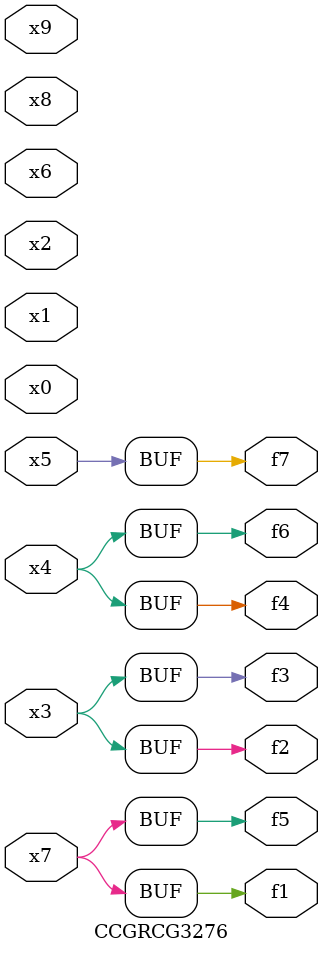
<source format=v>
module CCGRCG3276(
	input x0, x1, x2, x3, x4, x5, x6, x7, x8, x9,
	output f1, f2, f3, f4, f5, f6, f7
);
	assign f1 = x7;
	assign f2 = x3;
	assign f3 = x3;
	assign f4 = x4;
	assign f5 = x7;
	assign f6 = x4;
	assign f7 = x5;
endmodule

</source>
